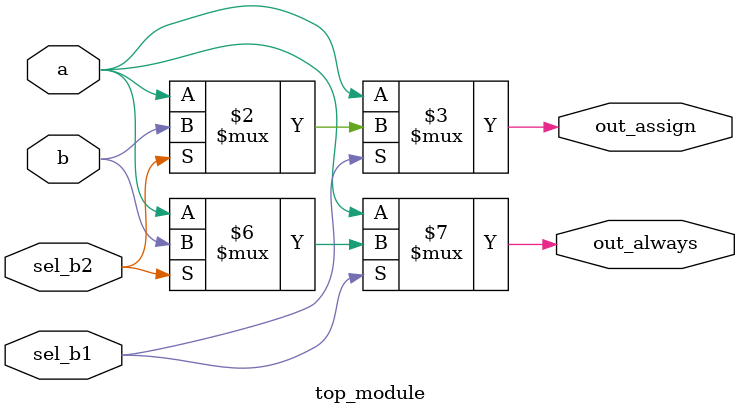
<source format=v>
module top_module(
    input a,
    input b,
    input sel_b1,
    input sel_b2,
    output wire out_assign,
    output reg out_always   ); 
	
    assign out_assign = (!sel_b1) ?  a : (sel_b2) ? b : a;
    
    always@(*)
        out_always = (!sel_b1) ?  a : (sel_b2) ? b : a;
endmodule
</source>
